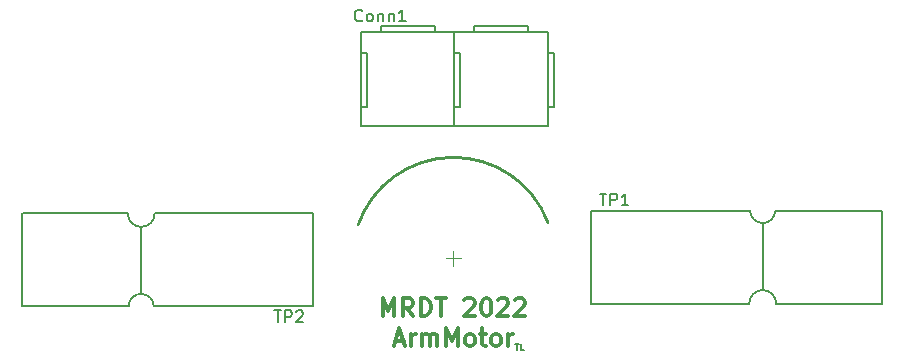
<source format=gbr>
%TF.GenerationSoftware,KiCad,Pcbnew,(5.1.10)-1*%
%TF.CreationDate,2022-03-13T21:43:14-05:00*%
%TF.ProjectId,ArmMotorPCB,41726d4d-6f74-46f7-9250-43422e6b6963,rev?*%
%TF.SameCoordinates,Original*%
%TF.FileFunction,Legend,Top*%
%TF.FilePolarity,Positive*%
%FSLAX46Y46*%
G04 Gerber Fmt 4.6, Leading zero omitted, Abs format (unit mm)*
G04 Created by KiCad (PCBNEW (5.1.10)-1) date 2022-03-13 21:43:14*
%MOMM*%
%LPD*%
G01*
G04 APERTURE LIST*
%ADD10C,0.120000*%
%ADD11C,0.254000*%
%ADD12C,0.127000*%
%ADD13C,0.300000*%
%ADD14C,0.150000*%
G04 APERTURE END LIST*
D10*
X137795000Y-63500000D02*
X137795000Y-64135000D01*
X137160000Y-63500000D02*
X137668000Y-63500000D01*
X137795000Y-63500000D02*
X137160000Y-63500000D01*
X137795000Y-62865000D02*
X137795000Y-63500000D01*
X137795000Y-63500000D02*
X137795000Y-62865000D01*
X138430000Y-63500000D02*
X137795000Y-63500000D01*
X137795000Y-63500000D02*
X138430000Y-63500000D01*
D11*
X129711496Y-60678078D02*
G75*
G02*
X145795999Y-60452000I8083504J-2821922D01*
G01*
D12*
X143032238Y-70714809D02*
X143322523Y-70714809D01*
X143177380Y-71222809D02*
X143177380Y-70714809D01*
X143733761Y-71222809D02*
X143491857Y-71222809D01*
X143491857Y-70714809D01*
D13*
X131795000Y-68364571D02*
X131795000Y-66864571D01*
X132295000Y-67936000D01*
X132795000Y-66864571D01*
X132795000Y-68364571D01*
X134366428Y-68364571D02*
X133866428Y-67650285D01*
X133509285Y-68364571D02*
X133509285Y-66864571D01*
X134080714Y-66864571D01*
X134223571Y-66936000D01*
X134295000Y-67007428D01*
X134366428Y-67150285D01*
X134366428Y-67364571D01*
X134295000Y-67507428D01*
X134223571Y-67578857D01*
X134080714Y-67650285D01*
X133509285Y-67650285D01*
X135009285Y-68364571D02*
X135009285Y-66864571D01*
X135366428Y-66864571D01*
X135580714Y-66936000D01*
X135723571Y-67078857D01*
X135795000Y-67221714D01*
X135866428Y-67507428D01*
X135866428Y-67721714D01*
X135795000Y-68007428D01*
X135723571Y-68150285D01*
X135580714Y-68293142D01*
X135366428Y-68364571D01*
X135009285Y-68364571D01*
X136295000Y-66864571D02*
X137152142Y-66864571D01*
X136723571Y-68364571D02*
X136723571Y-66864571D01*
X138723571Y-67007428D02*
X138795000Y-66936000D01*
X138937857Y-66864571D01*
X139295000Y-66864571D01*
X139437857Y-66936000D01*
X139509285Y-67007428D01*
X139580714Y-67150285D01*
X139580714Y-67293142D01*
X139509285Y-67507428D01*
X138652142Y-68364571D01*
X139580714Y-68364571D01*
X140509285Y-66864571D02*
X140652142Y-66864571D01*
X140795000Y-66936000D01*
X140866428Y-67007428D01*
X140937857Y-67150285D01*
X141009285Y-67436000D01*
X141009285Y-67793142D01*
X140937857Y-68078857D01*
X140866428Y-68221714D01*
X140795000Y-68293142D01*
X140652142Y-68364571D01*
X140509285Y-68364571D01*
X140366428Y-68293142D01*
X140295000Y-68221714D01*
X140223571Y-68078857D01*
X140152142Y-67793142D01*
X140152142Y-67436000D01*
X140223571Y-67150285D01*
X140295000Y-67007428D01*
X140366428Y-66936000D01*
X140509285Y-66864571D01*
X141580714Y-67007428D02*
X141652142Y-66936000D01*
X141795000Y-66864571D01*
X142152142Y-66864571D01*
X142295000Y-66936000D01*
X142366428Y-67007428D01*
X142437857Y-67150285D01*
X142437857Y-67293142D01*
X142366428Y-67507428D01*
X141509285Y-68364571D01*
X142437857Y-68364571D01*
X143009285Y-67007428D02*
X143080714Y-66936000D01*
X143223571Y-66864571D01*
X143580714Y-66864571D01*
X143723571Y-66936000D01*
X143795000Y-67007428D01*
X143866428Y-67150285D01*
X143866428Y-67293142D01*
X143795000Y-67507428D01*
X142937857Y-68364571D01*
X143866428Y-68364571D01*
X132866428Y-70486000D02*
X133580714Y-70486000D01*
X132723571Y-70914571D02*
X133223571Y-69414571D01*
X133723571Y-70914571D01*
X134223571Y-70914571D02*
X134223571Y-69914571D01*
X134223571Y-70200285D02*
X134295000Y-70057428D01*
X134366428Y-69986000D01*
X134509285Y-69914571D01*
X134652142Y-69914571D01*
X135152142Y-70914571D02*
X135152142Y-69914571D01*
X135152142Y-70057428D02*
X135223571Y-69986000D01*
X135366428Y-69914571D01*
X135580714Y-69914571D01*
X135723571Y-69986000D01*
X135795000Y-70128857D01*
X135795000Y-70914571D01*
X135795000Y-70128857D02*
X135866428Y-69986000D01*
X136009285Y-69914571D01*
X136223571Y-69914571D01*
X136366428Y-69986000D01*
X136437857Y-70128857D01*
X136437857Y-70914571D01*
X137152142Y-70914571D02*
X137152142Y-69414571D01*
X137652142Y-70486000D01*
X138152142Y-69414571D01*
X138152142Y-70914571D01*
X139080714Y-70914571D02*
X138937857Y-70843142D01*
X138866428Y-70771714D01*
X138795000Y-70628857D01*
X138795000Y-70200285D01*
X138866428Y-70057428D01*
X138937857Y-69986000D01*
X139080714Y-69914571D01*
X139295000Y-69914571D01*
X139437857Y-69986000D01*
X139509285Y-70057428D01*
X139580714Y-70200285D01*
X139580714Y-70628857D01*
X139509285Y-70771714D01*
X139437857Y-70843142D01*
X139295000Y-70914571D01*
X139080714Y-70914571D01*
X140009285Y-69914571D02*
X140580714Y-69914571D01*
X140223571Y-69414571D02*
X140223571Y-70700285D01*
X140295000Y-70843142D01*
X140437857Y-70914571D01*
X140580714Y-70914571D01*
X141295000Y-70914571D02*
X141152142Y-70843142D01*
X141080714Y-70771714D01*
X141009285Y-70628857D01*
X141009285Y-70200285D01*
X141080714Y-70057428D01*
X141152142Y-69986000D01*
X141295000Y-69914571D01*
X141509285Y-69914571D01*
X141652142Y-69986000D01*
X141723571Y-70057428D01*
X141795000Y-70200285D01*
X141795000Y-70628857D01*
X141723571Y-70771714D01*
X141652142Y-70843142D01*
X141509285Y-70914571D01*
X141295000Y-70914571D01*
X142437857Y-70914571D02*
X142437857Y-69914571D01*
X142437857Y-70200285D02*
X142509285Y-70057428D01*
X142580714Y-69986000D01*
X142723571Y-69914571D01*
X142866428Y-69914571D01*
D14*
%TO.C,TP2*%
X112425200Y-67560000D02*
X113644400Y-67560000D01*
X101300000Y-67560000D02*
X110291600Y-67560000D01*
X111358400Y-65274000D02*
X111358400Y-61997400D01*
X113644400Y-67560000D02*
X125938000Y-67560000D01*
X110215400Y-59686000D02*
X108996200Y-59686000D01*
X101300000Y-59686000D02*
X101300000Y-67534600D01*
X125938000Y-67560000D02*
X125938000Y-59686000D01*
X101325400Y-59686000D02*
X109072400Y-59686000D01*
X113619000Y-59686000D02*
X112526800Y-59686000D01*
X111358400Y-60829000D02*
X111358400Y-61997400D01*
X111358400Y-65274000D02*
X111358400Y-66417000D01*
X113644400Y-59686000D02*
X125938000Y-59686000D01*
X111409200Y-66493200D02*
G75*
G03*
X110291600Y-67509200I-50800J-1066800D01*
G01*
X111358400Y-60829000D02*
G75*
G03*
X112501400Y-59686000I0J1143000D01*
G01*
X112425200Y-67560000D02*
G75*
G03*
X111358400Y-66493200I-1066800J0D01*
G01*
X110215400Y-59686000D02*
G75*
G03*
X111358400Y-60829000I1143000J0D01*
G01*
%TO.C,TP1*%
X162910800Y-59440000D02*
X161691600Y-59440000D01*
X174036000Y-59440000D02*
X165044400Y-59440000D01*
X163977600Y-61726000D02*
X163977600Y-65002600D01*
X161691600Y-59440000D02*
X149398000Y-59440000D01*
X165120600Y-67314000D02*
X166339800Y-67314000D01*
X174036000Y-67314000D02*
X174036000Y-59465400D01*
X149398000Y-59440000D02*
X149398000Y-67314000D01*
X174010600Y-67314000D02*
X166263600Y-67314000D01*
X161717000Y-67314000D02*
X162809200Y-67314000D01*
X163977600Y-66171000D02*
X163977600Y-65002600D01*
X163977600Y-61726000D02*
X163977600Y-60583000D01*
X161691600Y-67314000D02*
X149398000Y-67314000D01*
X163926800Y-60506800D02*
G75*
G03*
X165044400Y-59490800I50800J1066800D01*
G01*
X163977600Y-66171000D02*
G75*
G03*
X162834600Y-67314000I0J-1143000D01*
G01*
X162910800Y-59440000D02*
G75*
G03*
X163977600Y-60506800I1066800J0D01*
G01*
X165120600Y-67314000D02*
G75*
G03*
X163977600Y-66171000I-1143000J0D01*
G01*
%TO.C,Conn1*%
X130490000Y-50700000D02*
X130490000Y-46128000D01*
X129982000Y-44350000D02*
X137882000Y-44350000D01*
X129982000Y-44350000D02*
X129982000Y-52250000D01*
X145782000Y-50700000D02*
X146290000Y-50700000D01*
X137882000Y-44350000D02*
X145782000Y-44350000D01*
X136254000Y-44350000D02*
X136254000Y-43842000D01*
X146290000Y-50700000D02*
X146290000Y-46128000D01*
X138390600Y-46128000D02*
X137882600Y-46128000D01*
X131682000Y-43842000D02*
X131682000Y-44350000D01*
X144131000Y-43842000D02*
X139559000Y-43842000D01*
X146290000Y-46128000D02*
X145782000Y-46128000D01*
X130490000Y-46128000D02*
X129982000Y-46128000D01*
X144131000Y-44350000D02*
X144131000Y-43842000D01*
X137882600Y-50700000D02*
X138390600Y-50700000D01*
X129982000Y-52250000D02*
X137882000Y-52250000D01*
X138390600Y-50700000D02*
X138390600Y-46128000D01*
X145782000Y-44350000D02*
X145782000Y-52250000D01*
X136254000Y-43842000D02*
X131682000Y-43842000D01*
X129982000Y-50700000D02*
X130490000Y-50700000D01*
X137882000Y-52250000D02*
X145782000Y-52250000D01*
X139559000Y-43842000D02*
X139559000Y-44350000D01*
X137882000Y-44350000D02*
X137882000Y-52250000D01*
%TO.C,TP2*%
X122632095Y-67902380D02*
X123203523Y-67902380D01*
X122917809Y-68902380D02*
X122917809Y-67902380D01*
X123536857Y-68902380D02*
X123536857Y-67902380D01*
X123917809Y-67902380D01*
X124013047Y-67950000D01*
X124060666Y-67997619D01*
X124108285Y-68092857D01*
X124108285Y-68235714D01*
X124060666Y-68330952D01*
X124013047Y-68378571D01*
X123917809Y-68426190D01*
X123536857Y-68426190D01*
X124489238Y-67997619D02*
X124536857Y-67950000D01*
X124632095Y-67902380D01*
X124870190Y-67902380D01*
X124965428Y-67950000D01*
X125013047Y-67997619D01*
X125060666Y-68092857D01*
X125060666Y-68188095D01*
X125013047Y-68330952D01*
X124441619Y-68902380D01*
X125060666Y-68902380D01*
%TO.C,TP1*%
X150180095Y-58002380D02*
X150751523Y-58002380D01*
X150465809Y-59002380D02*
X150465809Y-58002380D01*
X151084857Y-59002380D02*
X151084857Y-58002380D01*
X151465809Y-58002380D01*
X151561047Y-58050000D01*
X151608666Y-58097619D01*
X151656285Y-58192857D01*
X151656285Y-58335714D01*
X151608666Y-58430952D01*
X151561047Y-58478571D01*
X151465809Y-58526190D01*
X151084857Y-58526190D01*
X152608666Y-59002380D02*
X152037238Y-59002380D01*
X152322952Y-59002380D02*
X152322952Y-58002380D01*
X152227714Y-58145238D01*
X152132476Y-58240476D01*
X152037238Y-58288095D01*
%TO.C,Conn1*%
X130071190Y-43333142D02*
X130023571Y-43380761D01*
X129880714Y-43428380D01*
X129785476Y-43428380D01*
X129642619Y-43380761D01*
X129547380Y-43285523D01*
X129499761Y-43190285D01*
X129452142Y-42999809D01*
X129452142Y-42856952D01*
X129499761Y-42666476D01*
X129547380Y-42571238D01*
X129642619Y-42476000D01*
X129785476Y-42428380D01*
X129880714Y-42428380D01*
X130023571Y-42476000D01*
X130071190Y-42523619D01*
X130642619Y-43428380D02*
X130547380Y-43380761D01*
X130499761Y-43333142D01*
X130452142Y-43237904D01*
X130452142Y-42952190D01*
X130499761Y-42856952D01*
X130547380Y-42809333D01*
X130642619Y-42761714D01*
X130785476Y-42761714D01*
X130880714Y-42809333D01*
X130928333Y-42856952D01*
X130975952Y-42952190D01*
X130975952Y-43237904D01*
X130928333Y-43333142D01*
X130880714Y-43380761D01*
X130785476Y-43428380D01*
X130642619Y-43428380D01*
X131404523Y-42761714D02*
X131404523Y-43428380D01*
X131404523Y-42856952D02*
X131452142Y-42809333D01*
X131547380Y-42761714D01*
X131690238Y-42761714D01*
X131785476Y-42809333D01*
X131833095Y-42904571D01*
X131833095Y-43428380D01*
X132309285Y-42761714D02*
X132309285Y-43428380D01*
X132309285Y-42856952D02*
X132356904Y-42809333D01*
X132452142Y-42761714D01*
X132595000Y-42761714D01*
X132690238Y-42809333D01*
X132737857Y-42904571D01*
X132737857Y-43428380D01*
X133737857Y-43428380D02*
X133166428Y-43428380D01*
X133452142Y-43428380D02*
X133452142Y-42428380D01*
X133356904Y-42571238D01*
X133261666Y-42666476D01*
X133166428Y-42714095D01*
%TD*%
M02*

</source>
